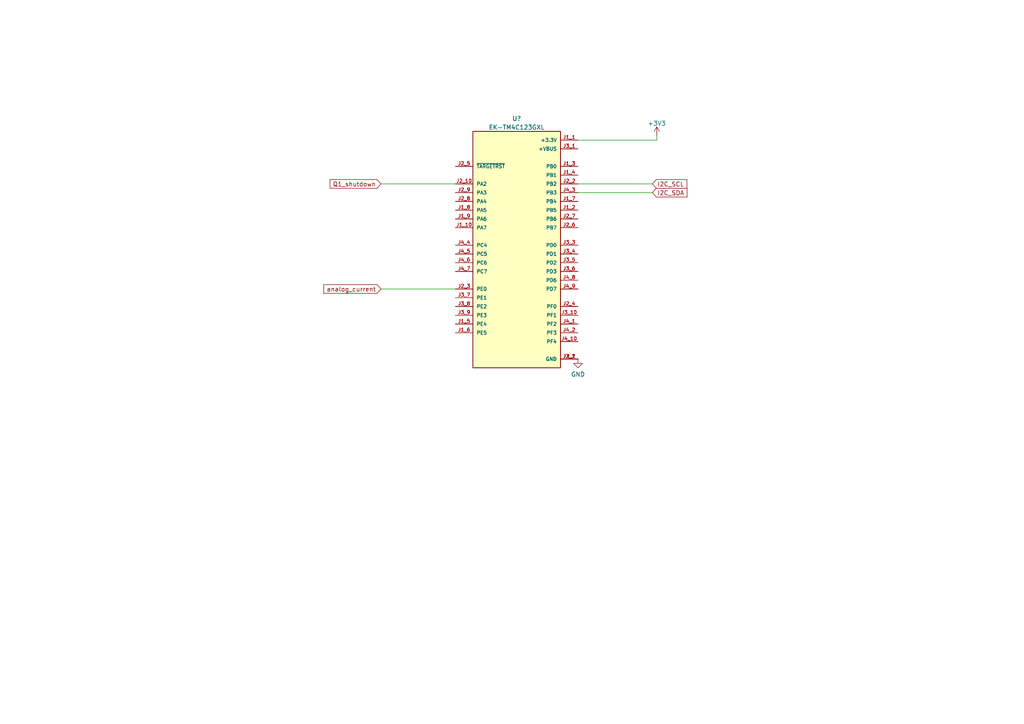
<source format=kicad_sch>
(kicad_sch (version 20211123) (generator eeschema)
  (paper "A4")
  (lib_symbols
    (symbol "Tiva:EK-TM4C123GXL" (pin_names (offset 1.016))
      (property "Reference" "U" (at -12.7254 34.3154 0))
      (property "Value" "EK-TM4C123GXL" (at -12.7254 -38.1 0))
      (symbol "EK-TM4C123GXL_0_0"
        (rectangle (start -12.7 -35.56) (end 12.7 33.02) (stroke (width 0.254)) (fill (type background)))
        (pin power_in line (at 17.78 30.48 180) (length 5.08) (name "+3.3V") (number "J1_1"))
        (pin bidirectional line (at -17.78 5.08 0) (length 5.08) (name "PA7") (number "J1_10"))
        (pin bidirectional line (at 17.78 10.16 180) (length 5.08) (name "PB5") (number "J1_2"))
        (pin bidirectional line (at 17.78 22.86 180) (length 5.08) (name "PB0") (number "J1_3"))
        (pin bidirectional line (at 17.78 20.32 180) (length 5.08) (name "PB1") (number "J1_4"))
        (pin bidirectional line (at -17.78 -22.86 0) (length 5.08) (name "PE4") (number "J1_5"))
        (pin bidirectional line (at -17.78 -25.4 0) (length 5.08) (name "PE5") (number "J1_6"))
        (pin bidirectional line (at 17.78 12.7 180) (length 5.08) (name "PB4") (number "J1_7"))
        (pin bidirectional line (at -17.78 10.16 0) (length 5.08) (name "PA5") (number "J1_8"))
        (pin bidirectional line (at -17.78 7.62 0) (length 5.08) (name "PA6") (number "J1_9"))
        (pin power_in line (at 17.78 -33.02 180) (length 5.08) (name "GND") (number "J2_1"))
        (pin bidirectional line (at -17.78 17.78 0) (length 5.08) (name "PA2") (number "J2_10"))
        (pin bidirectional line (at 17.78 17.78 180) (length 5.08) (name "PB2") (number "J2_2"))
        (pin bidirectional line (at -17.78 -12.7 0) (length 5.08) (name "PE0") (number "J2_3"))
        (pin bidirectional line (at 17.78 -17.78 180) (length 5.08) (name "PF0") (number "J2_4"))
        (pin input line (at -17.78 22.86 0) (length 5.08) (name "~{TARGETRST}") (number "J2_5"))
        (pin bidirectional line (at 17.78 5.08 180) (length 5.08) (name "PB7") (number "J2_6"))
        (pin bidirectional line (at 17.78 7.62 180) (length 5.08) (name "PB6") (number "J2_7"))
        (pin bidirectional line (at -17.78 12.7 0) (length 5.08) (name "PA4") (number "J2_8"))
        (pin bidirectional line (at -17.78 15.24 0) (length 5.08) (name "PA3") (number "J2_9"))
        (pin power_in line (at 17.78 27.94 180) (length 5.08) (name "+VBUS") (number "J3_1"))
        (pin bidirectional line (at 17.78 -20.32 180) (length 5.08) (name "PF1") (number "J3_10"))
        (pin power_in line (at 17.78 -33.02 180) (length 5.08) (name "GND") (number "J3_2"))
        (pin bidirectional line (at 17.78 0 180) (length 5.08) (name "PD0") (number "J3_3"))
        (pin bidirectional line (at 17.78 -2.54 180) (length 5.08) (name "PD1") (number "J3_4"))
        (pin bidirectional line (at 17.78 -5.08 180) (length 5.08) (name "PD2") (number "J3_5"))
        (pin bidirectional line (at 17.78 -7.62 180) (length 5.08) (name "PD3") (number "J3_6"))
        (pin bidirectional line (at -17.78 -15.24 0) (length 5.08) (name "PE1") (number "J3_7"))
        (pin bidirectional line (at -17.78 -17.78 0) (length 5.08) (name "PE2") (number "J3_8"))
        (pin bidirectional line (at -17.78 -20.32 0) (length 5.08) (name "PE3") (number "J3_9"))
        (pin bidirectional line (at 17.78 -22.86 180) (length 5.08) (name "PF2") (number "J4_1"))
        (pin bidirectional line (at 17.78 -27.94 180) (length 5.08) (name "PF4") (number "J4_10"))
        (pin bidirectional line (at 17.78 -25.4 180) (length 5.08) (name "PF3") (number "J4_2"))
        (pin bidirectional line (at 17.78 15.24 180) (length 5.08) (name "PB3") (number "J4_3"))
        (pin bidirectional line (at -17.78 0 0) (length 5.08) (name "PC4") (number "J4_4"))
        (pin bidirectional line (at -17.78 -2.54 0) (length 5.08) (name "PC5") (number "J4_5"))
        (pin bidirectional line (at -17.78 -5.08 0) (length 5.08) (name "PC6") (number "J4_6"))
        (pin bidirectional line (at -17.78 -7.62 0) (length 5.08) (name "PC7") (number "J4_7"))
        (pin bidirectional line (at 17.78 -10.16 180) (length 5.08) (name "PD6") (number "J4_8"))
        (pin bidirectional line (at 17.78 -12.7 180) (length 5.08) (name "PD7") (number "J4_9"))
      )
    )
    (symbol "power:+3.3V" (power) (pin_names (offset 0))
      (property "Value" "+3.3V" (at 0 3.556 0))
      (symbol "+3.3V_0_1"
        (polyline (pts (xy -0.762 1.27) (xy 0 2.54)))
        (polyline (pts (xy 0 0) (xy 0 2.54)))
        (polyline (pts (xy 0 2.54) (xy 0.762 1.27)))
      )
      (symbol "+3.3V_1_1"
        (pin power_in line (at 0 0 90) (length 0) hide (name "+3V3") (number "1"))
      )
    )
    (symbol "power:GND" (power) (pin_names (offset 0))
      (property "Value" "GND" (at 0 -3.81 0))
      (symbol "GND_0_1"
        (polyline (pts (xy 0 0) (xy 0 -1.27) (xy 1.27 -1.27) (xy 0 -2.54) (xy -1.27 -1.27) (xy 0 -1.27)))
      )
      (symbol "GND_1_1"
        (pin power_in line (at 0 0 270) (length 0) hide (name "GND") (number "1"))
      )
    )
  )
  (wire (pts (xy 190.5 39.37) (xy 190.5 40.64)))
  (wire (pts (xy 167.64 53.34) (xy 189.23 53.34)))
  (wire (pts (xy 167.64 55.88) (xy 189.23 55.88)))
  (wire (pts (xy 110.49 53.34) (xy 132.08 53.34)))
  (wire (pts (xy 190.5 40.64) (xy 167.64 40.64)))
  (wire (pts (xy 110.49 83.82) (xy 132.08 83.82)))
  (global_label "analog_current" (shape input) (at 110.49 83.82 180) (property "Intersheet References" "${INTERSHEET_REFS}" (effects hide)))
  (global_label "I2C_SDA" (shape input) (at 189.23 55.88 0) (property "Intersheet References" "${INTERSHEET_REFS}" (effects hide)))
  (global_label "Q1_shutdown" (shape input) (at 110.49 53.34 180) (property "Intersheet References" "${INTERSHEET_REFS}" (effects hide)))
  (global_label "I2C_SCL" (shape input) (at 189.23 53.34 0) (property "Intersheet References" "${INTERSHEET_REFS}" (effects hide)))
  (symbol (lib_id "Tiva:EK-TM4C123GXL") (at 149.86 71.12 0) (unit 1)
    (property "Reference" "U?" (at 149.86 34.4002 0))
    (property "Value" "EK-TM4C123GXL" (at 149.86 36.9371 0))
    (property "Footprint" "MODULE_EK-TM4C123GXL" (effects hide))
    (property "MAXIMUM_PACKAGE_HIEGHT" "N/A" (effects hide))
    (property "PARTREV" "April 2013" (effects hide))
    (property "MANUFACTURER" "Texas Instruments" (effects hide))
    (property "STANDARD" "Manufacturer Recommendations" (effects hide))
  )
  (symbol (lib_id "power:+3.3V") (at 190.5 39.37 0) (unit 1)
    (property "Reference" "#PWR?" (effects hide))
    (property "Value" "+3.3V" (at 190.5 35.7942 0))
  )
  (symbol (lib_id "power:GND") (at 167.64 104.14 0) (unit 1)
    (property "Reference" "#PWR?" (effects hide))
    (property "Value" "GND" (at 167.64 108.5834 0))
  )
)
</source>
